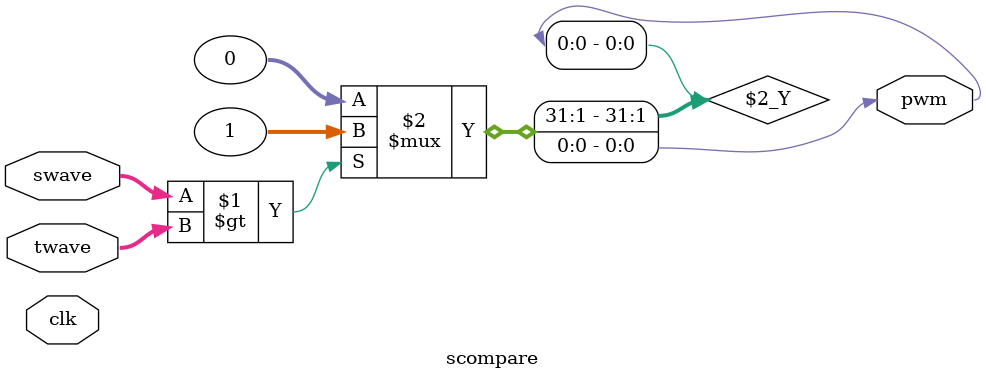
<source format=v>
`timescale 1ns / 1ps
module scompare( twave,swave,pwm,clk
    );
	 
	 
	 
input clk;
input signed [9:0]twave;
input signed [9:0]swave;

output pwm;
/*
signed reg [15:0]tempt=0;
signed reg [15:0]temps=0;


always@(clk) begin

tempt <= twave;
temps <= swave;
end
*/
assign pwm = (swave > twave )? 1:0;

endmodule

</source>
